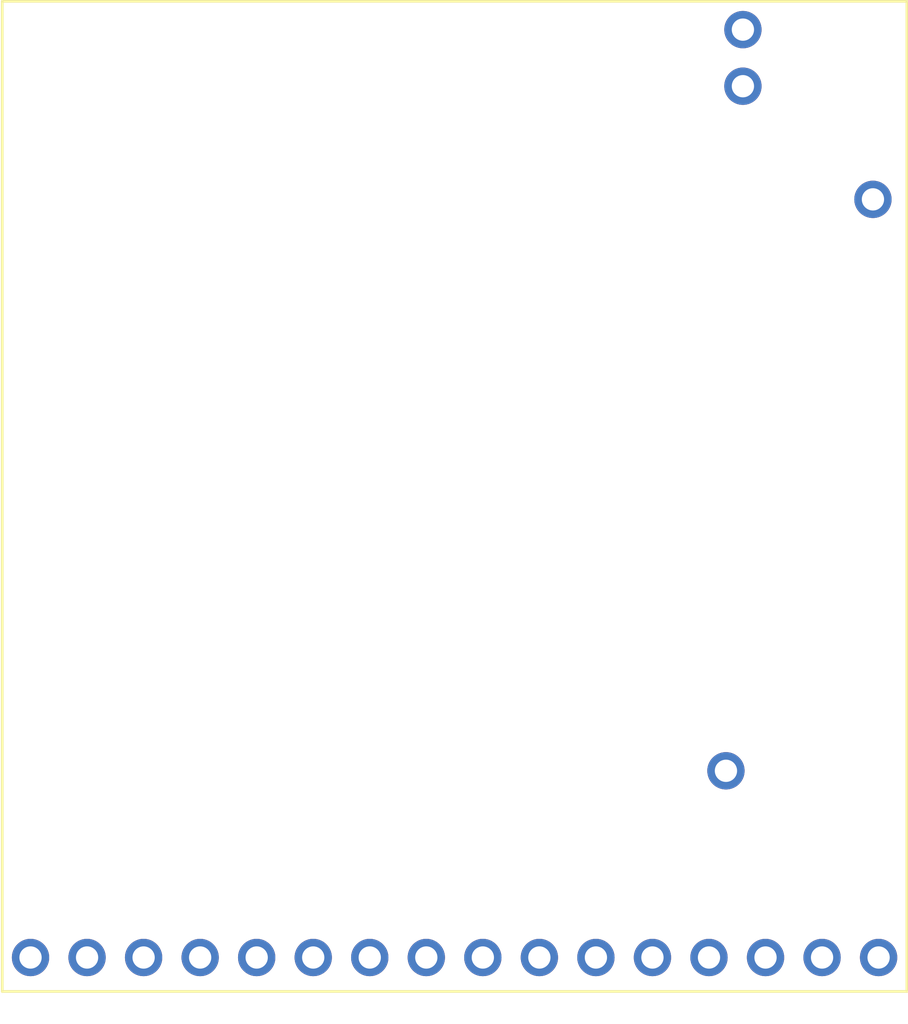
<source format=kicad_pcb>
(kicad_pcb (version 20171130) (host pcbnew "(5.1.4)-1")

  (general
    (thickness 1.6)
    (drawings 0)
    (tracks 0)
    (zones 0)
    (modules 1)
    (nets 21)
  )

  (page A4)
  (layers
    (0 F.Cu signal)
    (31 B.Cu signal)
    (32 B.Adhes user)
    (33 F.Adhes user)
    (34 B.Paste user)
    (35 F.Paste user)
    (36 B.SilkS user)
    (37 F.SilkS user)
    (38 B.Mask user)
    (39 F.Mask user)
    (40 Dwgs.User user)
    (41 Cmts.User user)
    (42 Eco1.User user)
    (43 Eco2.User user)
    (44 Edge.Cuts user)
    (45 Margin user)
    (46 B.CrtYd user)
    (47 F.CrtYd user)
    (48 B.Fab user)
    (49 F.Fab user)
  )

  (setup
    (last_trace_width 0.25)
    (trace_clearance 0.2)
    (zone_clearance 0.508)
    (zone_45_only no)
    (trace_min 0.2)
    (via_size 0.8)
    (via_drill 0.4)
    (via_min_size 0.4)
    (via_min_drill 0.3)
    (uvia_size 0.3)
    (uvia_drill 0.1)
    (uvias_allowed no)
    (uvia_min_size 0.2)
    (uvia_min_drill 0.1)
    (edge_width 0.1)
    (segment_width 0.2)
    (pcb_text_width 0.3)
    (pcb_text_size 1.5 1.5)
    (mod_edge_width 0.15)
    (mod_text_size 1 1)
    (mod_text_width 0.15)
    (pad_size 1.524 1.524)
    (pad_drill 0.762)
    (pad_to_mask_clearance 0)
    (aux_axis_origin 0 0)
    (visible_elements 7FFFFFFF)
    (pcbplotparams
      (layerselection 0x010fc_ffffffff)
      (usegerberextensions false)
      (usegerberattributes false)
      (usegerberadvancedattributes false)
      (creategerberjobfile false)
      (excludeedgelayer true)
      (linewidth 0.100000)
      (plotframeref false)
      (viasonmask false)
      (mode 1)
      (useauxorigin false)
      (hpglpennumber 1)
      (hpglpenspeed 20)
      (hpglpendiameter 15.000000)
      (psnegative false)
      (psa4output false)
      (plotreference true)
      (plotvalue true)
      (plotinvisibletext false)
      (padsonsilk false)
      (subtractmaskfromsilk false)
      (outputformat 1)
      (mirror false)
      (drillshape 1)
      (scaleselection 1)
      (outputdirectory ""))
  )

  (net 0 "")
  (net 1 "Net-(1-Pad20)")
  (net 2 "Net-(1-Pad19)")
  (net 3 "Net-(1-Pad18)")
  (net 4 "Net-(1-Pad17)")
  (net 5 "Net-(1-Pad16)")
  (net 6 "Net-(1-Pad15)")
  (net 7 "Net-(1-Pad14)")
  (net 8 "Net-(1-Pad13)")
  (net 9 "Net-(1-Pad12)")
  (net 10 "Net-(1-Pad11)")
  (net 11 "Net-(1-Pad10)")
  (net 12 "Net-(1-Pad9)")
  (net 13 "Net-(1-Pad8)")
  (net 14 "Net-(1-Pad7)")
  (net 15 "Net-(1-Pad6)")
  (net 16 "Net-(1-Pad5)")
  (net 17 "Net-(1-Pad4)")
  (net 18 "Net-(1-Pad3)")
  (net 19 "Net-(1-Pad2)")
  (net 20 "Net-(1-Pad1)")

  (net_class Default "This is the default net class."
    (clearance 0.2)
    (trace_width 0.25)
    (via_dia 0.8)
    (via_drill 0.4)
    (uvia_dia 0.3)
    (uvia_drill 0.1)
    (add_net "Net-(1-Pad1)")
    (add_net "Net-(1-Pad10)")
    (add_net "Net-(1-Pad11)")
    (add_net "Net-(1-Pad12)")
    (add_net "Net-(1-Pad13)")
    (add_net "Net-(1-Pad14)")
    (add_net "Net-(1-Pad15)")
    (add_net "Net-(1-Pad16)")
    (add_net "Net-(1-Pad17)")
    (add_net "Net-(1-Pad18)")
    (add_net "Net-(1-Pad19)")
    (add_net "Net-(1-Pad2)")
    (add_net "Net-(1-Pad20)")
    (add_net "Net-(1-Pad3)")
    (add_net "Net-(1-Pad4)")
    (add_net "Net-(1-Pad5)")
    (add_net "Net-(1-Pad6)")
    (add_net "Net-(1-Pad7)")
    (add_net "Net-(1-Pad8)")
    (add_net "Net-(1-Pad9)")
  )

  (module "Adafruit SIM808 Breakout:FONA808" (layer F.Cu) (tedit 5DF3059D) (tstamp 5DF3BC30)
    (at 152.4 110.49)
    (path /5DDAE490)
    (fp_text reference 1 (at -20.3962 -1.8288) (layer F.SilkS) hide
      (effects (font (size 0.77216 0.77216) (thickness 0.138988)) (justify left bottom))
    )
    (fp_text value FONA808 (at -20.32 3.175) (layer F.Fab)
      (effects (font (size 0.38608 0.38608) (thickness 0.038608)) (justify left bottom))
    )
    (fp_line (start 20.32 -42.672) (end 20.32 1.778) (layer F.SilkS) (width 0.12))
    (fp_line (start -20.32 -42.672) (end 20.32 -42.672) (layer F.SilkS) (width 0.12))
    (fp_line (start -20.32 1.778) (end -20.32 -42.672) (layer F.SilkS) (width 0.12))
    (fp_line (start -20.32 1.778) (end 20.32 1.778) (layer F.SilkS) (width 0.12))
    (fp_poly (pts (xy 18.796 0.254) (xy 19.304 0.254) (xy 19.304 -0.254) (xy 18.796 -0.254)) (layer F.Fab) (width 0))
    (fp_poly (pts (xy -19.304 0.254) (xy -18.796 0.254) (xy -18.796 -0.254) (xy -19.304 -0.254)) (layer F.Fab) (width 0))
    (fp_poly (pts (xy -16.764 0.254) (xy -16.256 0.254) (xy -16.256 -0.254) (xy -16.764 -0.254)) (layer F.Fab) (width 0))
    (fp_poly (pts (xy -14.224 0.254) (xy -13.716 0.254) (xy -13.716 -0.254) (xy -14.224 -0.254)) (layer F.Fab) (width 0))
    (fp_poly (pts (xy -11.684 0.254) (xy -11.176 0.254) (xy -11.176 -0.254) (xy -11.684 -0.254)) (layer F.Fab) (width 0))
    (fp_poly (pts (xy -9.144 0.254) (xy -8.636 0.254) (xy -8.636 -0.254) (xy -9.144 -0.254)) (layer F.Fab) (width 0))
    (fp_poly (pts (xy -6.604 0.254) (xy -6.096 0.254) (xy -6.096 -0.254) (xy -6.604 -0.254)) (layer F.Fab) (width 0))
    (fp_poly (pts (xy -4.064 0.254) (xy -3.556 0.254) (xy -3.556 -0.254) (xy -4.064 -0.254)) (layer F.Fab) (width 0))
    (fp_poly (pts (xy -1.524 0.254) (xy -1.016 0.254) (xy -1.016 -0.254) (xy -1.524 -0.254)) (layer F.Fab) (width 0))
    (fp_poly (pts (xy 1.016 0.254) (xy 1.524 0.254) (xy 1.524 -0.254) (xy 1.016 -0.254)) (layer F.Fab) (width 0))
    (fp_poly (pts (xy 3.556 0.254) (xy 4.064 0.254) (xy 4.064 -0.254) (xy 3.556 -0.254)) (layer F.Fab) (width 0))
    (fp_poly (pts (xy 6.096 0.254) (xy 6.604 0.254) (xy 6.604 -0.254) (xy 6.096 -0.254)) (layer F.Fab) (width 0))
    (fp_poly (pts (xy 8.636 0.254) (xy 9.144 0.254) (xy 9.144 -0.254) (xy 8.636 -0.254)) (layer F.Fab) (width 0))
    (fp_poly (pts (xy 11.176 0.254) (xy 11.684 0.254) (xy 11.684 -0.254) (xy 11.176 -0.254)) (layer F.Fab) (width 0))
    (fp_poly (pts (xy 13.716 0.254) (xy 14.224 0.254) (xy 14.224 -0.254) (xy 13.716 -0.254)) (layer F.Fab) (width 0))
    (fp_poly (pts (xy 16.256 0.254) (xy 16.764 0.254) (xy 16.764 -0.254) (xy 16.256 -0.254)) (layer F.Fab) (width 0))
    (fp_line (start -20.32 -0.635) (end -20.32 0.635) (layer F.Fab) (width 0.2032))
    (pad 20 thru_hole circle (at 12.192 -8.128) (size 1.676 1.676) (drill 1) (layers *.Cu *.Mask)
      (net 1 "Net-(1-Pad20)"))
    (pad 19 thru_hole circle (at 18.796 -33.782) (size 1.676 1.676) (drill 1) (layers *.Cu *.Mask)
      (net 2 "Net-(1-Pad19)"))
    (pad 18 thru_hole circle (at 12.954 -38.862) (size 1.676 1.676) (drill 1) (layers *.Cu *.Mask)
      (net 3 "Net-(1-Pad18)"))
    (pad 17 thru_hole circle (at 12.954 -41.402) (size 1.676 1.676) (drill 1) (layers *.Cu *.Mask)
      (net 4 "Net-(1-Pad17)"))
    (pad 16 thru_hole circle (at 19.05 0.254 90) (size 1.6764 1.6764) (drill 1) (layers *.Cu *.Mask)
      (net 5 "Net-(1-Pad16)") (solder_mask_margin 0.0508))
    (pad 15 thru_hole circle (at 16.51 0.254 90) (size 1.6764 1.6764) (drill 1) (layers *.Cu *.Mask)
      (net 6 "Net-(1-Pad15)") (solder_mask_margin 0.0508))
    (pad 14 thru_hole circle (at 13.97 0.254 90) (size 1.6764 1.6764) (drill 1) (layers *.Cu *.Mask)
      (net 7 "Net-(1-Pad14)") (solder_mask_margin 0.0508))
    (pad 13 thru_hole circle (at 11.43 0.254 90) (size 1.6764 1.6764) (drill 1) (layers *.Cu *.Mask)
      (net 8 "Net-(1-Pad13)") (solder_mask_margin 0.0508))
    (pad 12 thru_hole circle (at 8.89 0.254 90) (size 1.6764 1.6764) (drill 1) (layers *.Cu *.Mask)
      (net 9 "Net-(1-Pad12)") (solder_mask_margin 0.0508))
    (pad 11 thru_hole circle (at 6.35 0.254 90) (size 1.6764 1.6764) (drill 1) (layers *.Cu *.Mask)
      (net 10 "Net-(1-Pad11)") (solder_mask_margin 0.0508))
    (pad 10 thru_hole circle (at 3.81 0.254 90) (size 1.6764 1.6764) (drill 1) (layers *.Cu *.Mask)
      (net 11 "Net-(1-Pad10)") (solder_mask_margin 0.0508))
    (pad 9 thru_hole circle (at 1.27 0.254 90) (size 1.6764 1.6764) (drill 1) (layers *.Cu *.Mask)
      (net 12 "Net-(1-Pad9)") (solder_mask_margin 0.0508))
    (pad 8 thru_hole circle (at -1.27 0.254 90) (size 1.6764 1.6764) (drill 1) (layers *.Cu *.Mask)
      (net 13 "Net-(1-Pad8)") (solder_mask_margin 0.0508))
    (pad 7 thru_hole circle (at -3.81 0.254 90) (size 1.6764 1.6764) (drill 1) (layers *.Cu *.Mask)
      (net 14 "Net-(1-Pad7)") (solder_mask_margin 0.0508))
    (pad 6 thru_hole circle (at -6.35 0.254 90) (size 1.6764 1.6764) (drill 1) (layers *.Cu *.Mask)
      (net 15 "Net-(1-Pad6)") (solder_mask_margin 0.0508))
    (pad 5 thru_hole circle (at -8.89 0.254 90) (size 1.6764 1.6764) (drill 1) (layers *.Cu *.Mask)
      (net 16 "Net-(1-Pad5)") (solder_mask_margin 0.0508))
    (pad 4 thru_hole circle (at -11.43 0.254 90) (size 1.6764 1.6764) (drill 1) (layers *.Cu *.Mask)
      (net 17 "Net-(1-Pad4)") (solder_mask_margin 0.0508))
    (pad 3 thru_hole circle (at -13.97 0.254 90) (size 1.6764 1.6764) (drill 1) (layers *.Cu *.Mask)
      (net 18 "Net-(1-Pad3)") (solder_mask_margin 0.0508))
    (pad 2 thru_hole circle (at -16.51 0.254 90) (size 1.6764 1.6764) (drill 1) (layers *.Cu *.Mask)
      (net 19 "Net-(1-Pad2)") (solder_mask_margin 0.0508))
    (pad 1 thru_hole circle (at -19.05 0.254 90) (size 1.6764 1.6764) (drill 1) (layers *.Cu *.Mask)
      (net 20 "Net-(1-Pad1)") (solder_mask_margin 0.0508))
  )

)

</source>
